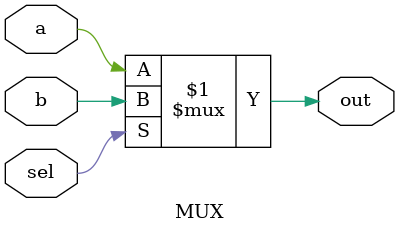
<source format=v>

module MUX( 
    input a, b, sel,
    output out ); 

    	assign out= sel ? b: a; //select a if sel=0 else b
endmodule
</source>
